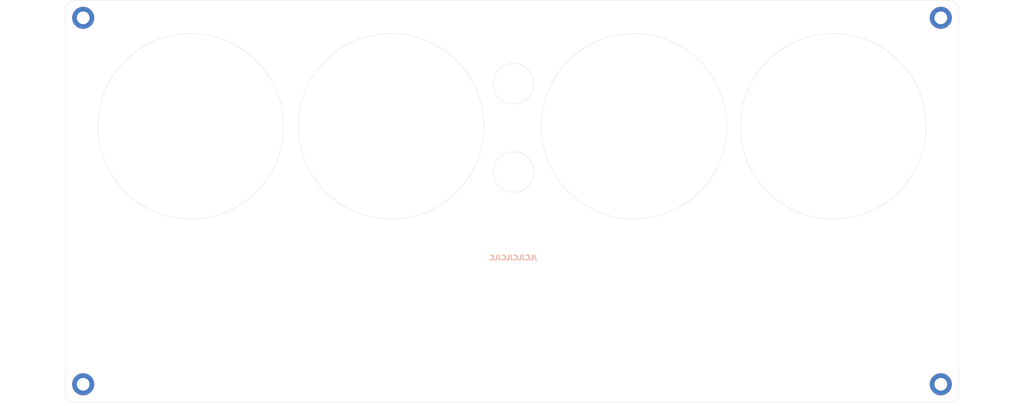
<source format=kicad_pcb>
(kicad_pcb (version 20171130) (host pcbnew "(5.1.6-0-10_14)")

  (general
    (thickness 1.6)
    (drawings 15)
    (tracks 0)
    (zones 0)
    (modules 4)
    (nets 1)
  )

  (page A4)
  (layers
    (0 F.Cu signal)
    (31 B.Cu signal)
    (32 B.Adhes user)
    (33 F.Adhes user)
    (34 B.Paste user)
    (35 F.Paste user)
    (36 B.SilkS user)
    (37 F.SilkS user)
    (38 B.Mask user)
    (39 F.Mask user)
    (40 Dwgs.User user)
    (41 Cmts.User user)
    (42 Eco1.User user)
    (43 Eco2.User user)
    (44 Edge.Cuts user)
    (45 Margin user)
    (46 B.CrtYd user)
    (47 F.CrtYd user)
    (48 B.Fab user)
    (49 F.Fab user)
  )

  (setup
    (last_trace_width 0.25)
    (user_trace_width 0.5)
    (user_trace_width 1)
    (trace_clearance 0.2)
    (zone_clearance 0.508)
    (zone_45_only no)
    (trace_min 0.2)
    (via_size 0.8)
    (via_drill 0.4)
    (via_min_size 0.4)
    (via_min_drill 0.3)
    (uvia_size 0.3)
    (uvia_drill 0.1)
    (uvias_allowed no)
    (uvia_min_size 0.2)
    (uvia_min_drill 0.1)
    (edge_width 0.05)
    (segment_width 0.2)
    (pcb_text_width 0.3)
    (pcb_text_size 1.5 1.5)
    (mod_edge_width 0.12)
    (mod_text_size 1 1)
    (mod_text_width 0.15)
    (pad_size 5 5)
    (pad_drill 5)
    (pad_to_mask_clearance 0.05)
    (aux_axis_origin 0 0)
    (visible_elements FFFFFFFF)
    (pcbplotparams
      (layerselection 0x010fc_ffffffff)
      (usegerberextensions false)
      (usegerberattributes true)
      (usegerberadvancedattributes true)
      (creategerberjobfile true)
      (excludeedgelayer true)
      (linewidth 0.100000)
      (plotframeref false)
      (viasonmask false)
      (mode 1)
      (useauxorigin false)
      (hpglpennumber 1)
      (hpglpenspeed 20)
      (hpglpendiameter 15.000000)
      (psnegative false)
      (psa4output false)
      (plotreference true)
      (plotvalue true)
      (plotinvisibletext false)
      (padsonsilk false)
      (subtractmaskfromsilk false)
      (outputformat 1)
      (mirror false)
      (drillshape 0)
      (scaleselection 1)
      (outputdirectory "gerber-front/"))
  )

  (net 0 "")

  (net_class Default "This is the default net class."
    (clearance 0.2)
    (trace_width 0.25)
    (via_dia 0.8)
    (via_drill 0.4)
    (uvia_dia 0.3)
    (uvia_drill 0.1)
  )

  (module MountingHole:MountingHole_2.2mm_M2_DIN965_Pad (layer F.Cu) (tedit 56D1B4CB) (tstamp 5F57FD67)
    (at 176.022 84.836)
    (descr "Mounting Hole 2.2mm, M2, DIN965")
    (tags "mounting hole 2.2mm m2 din965")
    (attr virtual)
    (fp_text reference REF** (at 0 -2.9) (layer F.SilkS) hide
      (effects (font (size 1 1) (thickness 0.15)))
    )
    (fp_text value MountingHole_2.2mm_M2_DIN965_Pad (at 0 2.9) (layer F.Fab)
      (effects (font (size 1 1) (thickness 0.15)))
    )
    (fp_circle (center 0 0) (end 1.9 0) (layer Cmts.User) (width 0.15))
    (fp_circle (center 0 0) (end 2.15 0) (layer F.CrtYd) (width 0.05))
    (fp_text user %R (at 0.3 0) (layer F.Fab)
      (effects (font (size 1 1) (thickness 0.15)))
    )
    (pad 1 thru_hole circle (at 0 0) (size 3.8 3.8) (drill 2.2) (layers *.Cu *.Mask))
  )

  (module MountingHole:MountingHole_2.2mm_M2_DIN965_Pad (layer F.Cu) (tedit 56D1B4CB) (tstamp 5F57FC95)
    (at 176.022 21.59)
    (descr "Mounting Hole 2.2mm, M2, DIN965")
    (tags "mounting hole 2.2mm m2 din965")
    (attr virtual)
    (fp_text reference REF** (at 0 -2.9) (layer F.SilkS) hide
      (effects (font (size 1 1) (thickness 0.15)))
    )
    (fp_text value MountingHole_2.2mm_M2_DIN965_Pad (at 0 2.9) (layer F.Fab)
      (effects (font (size 1 1) (thickness 0.15)))
    )
    (fp_circle (center 0 0) (end 1.9 0) (layer Cmts.User) (width 0.15))
    (fp_circle (center 0 0) (end 2.15 0) (layer F.CrtYd) (width 0.05))
    (fp_text user %R (at 0.3 0) (layer F.Fab)
      (effects (font (size 1 1) (thickness 0.15)))
    )
    (pad 1 thru_hole circle (at 0 0) (size 3.8 3.8) (drill 2.2) (layers *.Cu *.Mask))
  )

  (module MountingHole:MountingHole_2.2mm_M2_DIN965_Pad (layer F.Cu) (tedit 56D1B4CB) (tstamp 5F57F82D)
    (at 28.194 84.836)
    (descr "Mounting Hole 2.2mm, M2, DIN965")
    (tags "mounting hole 2.2mm m2 din965")
    (attr virtual)
    (fp_text reference REF** (at 0 -2.9) (layer F.SilkS) hide
      (effects (font (size 1 1) (thickness 0.15)))
    )
    (fp_text value MountingHole_2.2mm_M2_DIN965_Pad (at 0 2.9) (layer F.Fab)
      (effects (font (size 1 1) (thickness 0.15)))
    )
    (fp_circle (center 0 0) (end 1.9 0) (layer Cmts.User) (width 0.15))
    (fp_circle (center 0 0) (end 2.15 0) (layer F.CrtYd) (width 0.05))
    (fp_text user %R (at 0.3 0) (layer F.Fab)
      (effects (font (size 1 1) (thickness 0.15)))
    )
    (pad 1 thru_hole circle (at 0 0) (size 3.8 3.8) (drill 2.2) (layers *.Cu *.Mask))
  )

  (module MountingHole:MountingHole_2.2mm_M2_DIN965_Pad (layer F.Cu) (tedit 56D1B4CB) (tstamp 5F57F809)
    (at 28.194 21.59)
    (descr "Mounting Hole 2.2mm, M2, DIN965")
    (tags "mounting hole 2.2mm m2 din965")
    (attr virtual)
    (fp_text reference REF** (at 0 -2.9) (layer F.SilkS) hide
      (effects (font (size 1 1) (thickness 0.15)))
    )
    (fp_text value MountingHole_2.2mm_M2_DIN965_Pad (at 0 2.9) (layer F.Fab)
      (effects (font (size 1 1) (thickness 0.15)))
    )
    (fp_circle (center 0 0) (end 1.9 0) (layer Cmts.User) (width 0.15))
    (fp_circle (center 0 0) (end 2.15 0) (layer F.CrtYd) (width 0.05))
    (fp_text user %R (at 0.3 0) (layer F.Fab)
      (effects (font (size 1 1) (thickness 0.15)))
    )
    (pad 1 thru_hole circle (at 0 0) (size 3.8 3.8) (drill 2.2) (layers *.Cu *.Mask))
  )

  (gr_text JLCJLCJLCJLC (at 102.362 62.992) (layer B.SilkS)
    (effects (font (size 0.8 0.8) (thickness 0.2)) (justify mirror))
  )
  (gr_circle (center 102.362 32.964) (end 105.862 32.964) (layer Edge.Cuts) (width 0.05) (tstamp 5F58C331))
  (gr_circle (center 102.362 48.204) (end 105.862 48.204) (layer Edge.Cuts) (width 0.05))
  (gr_circle (center 46.736 40.312843) (end 62.736 40.312843) (layer Edge.Cuts) (width 0.05) (tstamp 5F58C2DC))
  (gr_circle (center 81.28 40.312843) (end 97.28 40.312843) (layer Edge.Cuts) (width 0.05) (tstamp 5F58C2AF))
  (gr_circle (center 157.48 40.312843) (end 173.48 40.312843) (layer Edge.Cuts) (width 0.05) (tstamp 5F58C0A1))
  (gr_circle (center 123.156863 40.312843) (end 139.156863 40.312843) (layer Edge.Cuts) (width 0.05) (tstamp 5F58C09E))
  (gr_arc (start 177.546 20.066) (end 179.07 20.066) (angle -90) (layer Edge.Cuts) (width 0.05))
  (gr_arc (start 177.546 86.36) (end 177.546 87.884) (angle -90) (layer Edge.Cuts) (width 0.05))
  (gr_arc (start 26.67 86.36) (end 25.146 86.36) (angle -90) (layer Edge.Cuts) (width 0.05) (tstamp 5F568D74))
  (gr_arc (start 26.67 20.066) (end 26.67 18.542) (angle -90) (layer Edge.Cuts) (width 0.05))
  (gr_line (start 179.07 20.066) (end 179.07 86.36) (layer Edge.Cuts) (width 0.05) (tstamp 5F568D2D))
  (gr_line (start 25.146 86.36) (end 25.146 20.066) (layer Edge.Cuts) (width 0.05) (tstamp 5F572B90))
  (gr_line (start 177.546 87.884) (end 26.67 87.884) (layer Edge.Cuts) (width 0.05) (tstamp 5F579FCB))
  (gr_line (start 26.67 18.542) (end 177.546 18.542) (layer Edge.Cuts) (width 0.05) (tstamp 5F569DBA))

)

</source>
